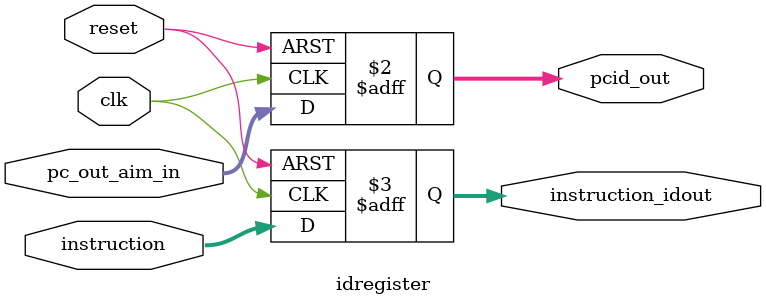
<source format=sv>
module idregister (
  input  wire        clk,
  input  wire        reset,
  input  wire [63:0] pc_out_aim_in,
  input  wire [31:0] instruction,
  output reg  [63:0] pcid_out,
  output reg  [31:0] instruction_idout
);

  always @(posedge clk or posedge reset) begin
    if (reset) begin
      pcid_out         <= 64'b0;
      instruction_idout <= 32'b0;
    end else begin
      pcid_out         <= pc_out_aim_in;
      instruction_idout <= instruction;
    end
  end

endmodule

</source>
